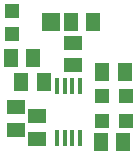
<source format=gbr>
G04 EAGLE Gerber RS-274X export*
G75*
%MOMM*%
%FSLAX34Y34*%
%LPD*%
%INSolderpaste Top*%
%IPPOS*%
%AMOC8*
5,1,8,0,0,1.08239X$1,22.5*%
G01*
%ADD10R,0.400000X1.400000*%
%ADD11R,1.300000X1.500000*%
%ADD12R,1.500000X1.300000*%
%ADD13R,1.200000X1.300000*%
%ADD14R,1.500000X1.600000*%
%ADD15R,1.200000X1.200000*%


D10*
X117700Y72800D03*
X111200Y72800D03*
X104700Y72800D03*
X98200Y72800D03*
X98200Y28800D03*
X104700Y28800D03*
X111200Y28800D03*
X117700Y28800D03*
D11*
X67970Y76200D03*
X86970Y76200D03*
X128880Y127000D03*
X109880Y127000D03*
X78080Y96520D03*
X59080Y96520D03*
D12*
X81280Y28600D03*
X81280Y47600D03*
D13*
X135890Y64770D03*
X156210Y64770D03*
X135890Y43180D03*
X156210Y43180D03*
D11*
X154280Y25400D03*
X135280Y25400D03*
X155550Y85090D03*
X136550Y85090D03*
D14*
X92700Y127000D03*
D15*
X60200Y137000D03*
X60200Y117000D03*
D12*
X111760Y109830D03*
X111760Y90830D03*
X63500Y36220D03*
X63500Y55220D03*
M02*

</source>
